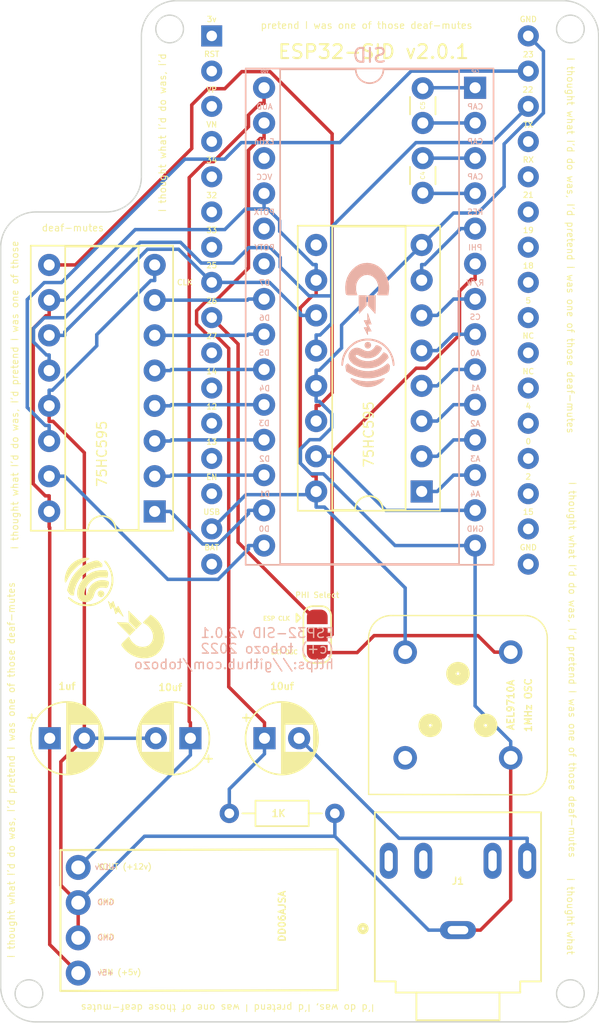
<source format=kicad_pcb>
(kicad_pcb (version 20211014) (generator pcbnew)
  (layers (0 "F.Cu" signal) (31 "B.Cu" signal) (34 "B.Paste" user) (35 "F.Paste" user) (36 "B.SilkS" user "B.Silkscreen") (37 "F.SilkS" user "F.Silkscreen") (38 "B.Mask" user) (39 "F.Mask" user) (44 "Edge.Cuts" user))
  (net 0 "")
  (net 1 "Au")
  (net 2 "Net-(C1-Pad2)")
  (net 3 "5v")
  (net 4 "Gnd")
  (net 5 "12v")
  (net 6 "Net-(C4-Pad1)")
  (net 7 "Net-(C4-Pad2)")
  (net 8 "Net-(C5-Pad1)")
  (net 9 "Net-(C5-Pad2)")
  (net 10 "D1")
  (net 11 "D2")
  (net 12 "D3")
  (net 13 "D4")
  (net 14 "D5")
  (net 15 "D6")
  (net 16 "D7")
  (net 17 "IC1")
  (net 18 "Clk")
  (net 19 "Lat")
  (net 20 "Dat")
  (net 21 "D0")
  (net 22 "A3")
  (net 23 "A2")
  (net 24 "A1")
  (net 25 "A0")
  (net 26 "CS")
  (net 27 "RW")
  (net 28 "RES")
  (net 30 "A4")
  (net 34 "Phi")
  (net 64 "Phi1")
  (net 65 "Phi2")
  (footprint "Package_DIP:DIP-16_W7.62mm_Socket" (layer "F.Cu") (at 60.88 76.04 180)
    (fp_text reference "75HC595" (at 3.822 4.12 -90) (layer "F.SilkS") (effects (font (size 0.7 0.7) (thickness 0.1))))
    (fp_text value "74HC595")
    (pad "1" thru_hole rect (at 0 0 180) (size 1.6 1.6) (drill 0.8) (layers *.Cu *.Mask) (net 22 "A3"))
    (pad "2" thru_hole oval (at 0 2.54 180) (size 1.6 1.6) (drill 0.8) (layers *.Cu *.Mask) (net 23 "A2"))
    (pad "3" thru_hole oval (at 0 5.08 180) (size 1.6 1.6) (drill 0.8) (layers *.Cu *.Mask) (net 24 "A1"))
    (pad "4" thru_hole oval (at 0 7.62 180) (size 1.6 1.6) (drill 0.8) (layers *.Cu *.Mask) (net 25 "A0"))
    (pad "5" thru_hole oval (at 0 10.16 180) (size 1.6 1.6) (drill 0.8) (layers *.Cu *.Mask) (net 26 "CS"))
    (pad "6" thru_hole oval (at 0 12.7 180) (size 1.6 1.6) (drill 0.8) (layers *.Cu *.Mask) (net 27 "RW"))
    (pad "7" thru_hole oval (at 0 15.24 180) (size 1.6 1.6) (drill 0.8) (layers *.Cu *.Mask) (net 28 "RES"))
    (pad "8" thru_hole oval (at 0 17.78 180) (size 1.6 1.6) (drill 0.8) (layers *.Cu *.Mask) (net 4 "Gnd"))
    (pad "9" thru_hole oval (at 7.62 17.78 180) (size 1.6 1.6) (drill 0.8) (layers *.Cu *.Mask))
    (pad "10" thru_hole oval (at 7.62 15.24 180) (size 1.6 1.6) (drill 0.8) (layers *.Cu *.Mask) (net 3 "5v"))
    (pad "11" thru_hole oval (at 7.62 12.7 180) (size 1.6 1.6) (drill 0.8) (layers *.Cu *.Mask) (net 18 "Clk"))
    (pad "12" thru_hole oval (at 7.62 10.16 180) (size 1.6 1.6) (drill 0.8) (layers *.Cu *.Mask) (net 19 "Lat"))
    (pad "13" thru_hole oval (at 7.62 7.62 180) (size 1.6 1.6) (drill 0.8) (layers *.Cu *.Mask) (net 4 "Gnd"))
    (pad "14" thru_hole oval (at 7.62 5.08 180) (size 1.6 1.6) (drill 0.8) (layers *.Cu *.Mask) (net 17 "IC1"))
    (pad "15" thru_hole oval (at 7.62 2.54 180) (size 1.6 1.6) (drill 0.8) (layers *.Cu *.Mask) (net 30 "A4"))
    (pad "16" thru_hole oval (at 7.62 0 180) (size 1.6 1.6) (drill 0.8) (layers *.Cu *.Mask) (net 3 "5v"))
  )
  (footprint "Jumper:SolderJumper-3_P1.3mm_Open_RoundedPad1.0x1.5mm" (layer "F.Cu") (at 53.34 86.36 -90)
    (fp_text reference "PHI Select" (at -2.85 0) (layer "F.SilkS") (effects (font (size 0.4 0.4) (thickness 0.07))))
    (fp_text value "JP1")
    (pad "1" smd custom (at -1.3 0 270) (size 1 0.5) (layers "F.Cu" "F.Mask") (net 64 "Phi1") (options (clearance outline) (anchor rect)) (primitives (gr_circle (center 0 0.25) (end 0.5 0.25) (width 0) (fill yes)) (gr_circle (center 0 -0.25) (end 0.5 -0.25) (width 0) (fill yes)) (gr_poly (pts (xy 0.55 0.75) (xy 0 0.75) (xy 0 -0.75) (xy 0.55 -0.75)) (width 0) (fill yes))))
    (pad "2" smd rect (at 0 0 270) (size 1 1.5) (layers "F.Cu" "F.Mask") (net 34 "Phi"))
    (pad "3" smd custom (at 1.3 0 270) (size 1 0.5) (layers "F.Cu" "F.Mask") (net 65 "Phi2") (options (clearance outline) (anchor rect)) (primitives (gr_circle (center 0 0.25) (end 0.5 0.25) (width 0) (fill yes)) (gr_circle (center 0 -0.25) (end 0.5 -0.25) (width 0) (fill yes)) (gr_poly (pts (xy 0 0.75) (xy -0.55 0.75) (xy -0.55 -0.75) (xy 0 -0.75)) (width 0) (fill yes))))
  )
  (footprint "Package_DIP:DIP-16_W7.62mm_Socket" (layer "F.Cu") (at 41.6 77.48 180)
    (fp_text reference "75HC595" (at 3.81 4.16 -90) (layer "F.SilkS") (effects (font (size 0.7 0.7) (thickness 0.1))))
    (fp_text value "74HC595")
    (pad "1" thru_hole rect (at 0 0 180) (size 1.6 1.6) (drill 0.8) (layers *.Cu *.Mask) (net 10 "D1"))
    (pad "2" thru_hole oval (at 0 2.54 180) (size 1.6 1.6) (drill 0.8) (layers *.Cu *.Mask) (net 11 "D2"))
    (pad "3" thru_hole oval (at 0 5.08 180) (size 1.6 1.6) (drill 0.8) (layers *.Cu *.Mask) (net 12 "D3"))
    (pad "4" thru_hole oval (at 0 7.62 180) (size 1.6 1.6) (drill 0.8) (layers *.Cu *.Mask) (net 13 "D4"))
    (pad "5" thru_hole oval (at 0 10.16 180) (size 1.6 1.6) (drill 0.8) (layers *.Cu *.Mask) (net 14 "D5"))
    (pad "6" thru_hole oval (at 0 12.7 180) (size 1.6 1.6) (drill 0.8) (layers *.Cu *.Mask) (net 15 "D6"))
    (pad "7" thru_hole oval (at 0 15.24 180) (size 1.6 1.6) (drill 0.8) (layers *.Cu *.Mask) (net 16 "D7"))
    (pad "8" thru_hole oval (at 0 17.78 180) (size 1.6 1.6) (drill 0.8) (layers *.Cu *.Mask) (net 4 "Gnd"))
    (pad "9" thru_hole oval (at 7.62 17.78 180) (size 1.6 1.6) (drill 0.8) (layers *.Cu *.Mask) (net 17 "IC1"))
    (pad "10" thru_hole oval (at 7.62 15.24 180) (size 1.6 1.6) (drill 0.8) (layers *.Cu *.Mask) (net 3 "5v"))
    (pad "11" thru_hole oval (at 7.62 12.7 180) (size 1.6 1.6) (drill 0.8) (layers *.Cu *.Mask) (net 18 "Clk"))
    (pad "12" thru_hole oval (at 7.62 10.16 180) (size 1.6 1.6) (drill 0.8) (layers *.Cu *.Mask) (net 19 "Lat"))
    (pad "13" thru_hole oval (at 7.62 7.62 180) (size 1.6 1.6) (drill 0.8) (layers *.Cu *.Mask) (net 4 "Gnd"))
    (pad "14" thru_hole oval (at 7.62 5.08 180) (size 1.6 1.6) (drill 0.8) (layers *.Cu *.Mask) (net 20 "Dat"))
    (pad "15" thru_hole oval (at 7.62 2.54 180) (size 1.6 1.6) (drill 0.8) (layers *.Cu *.Mask) (net 21 "D0"))
    (pad "16" thru_hole oval (at 7.62 0 180) (size 1.6 1.6) (drill 0.8) (layers *.Cu *.Mask) (net 3 "5v"))
  )
  (footprint "commodorelogo:espressif" (layer "F.Cu") (at 36.83 82.55 90)
    (fp_text reference "G***" hide)
    (fp_text value "LOGO" hide)
  )
  (footprint "Capacitor_THT:CP_Radial_D5.0mm_P2.50mm" (layer "F.Cu") (at 44.18 93.84 180)
    (fp_text reference "10uf" (at 1.45 3.67) (layer "F.SilkS") (effects (font (size 0.5 0.5) (thickness 0.1))))
    (fp_text value "C3")
    (pad "1" thru_hole rect (at 0 0 180) (size 1.6 1.6) (drill 0.8) (layers *.Cu *.Mask) (net 5 "12v"))
    (pad "2" thru_hole circle (at 2.5 0 180) (size 1.6 1.6) (drill 0.8) (layers *.Cu *.Mask) (net 4 "Gnd"))
  )
  (footprint "Resistor_THT:R_Axial_DIN0204_L3.6mm_D1.6mm_P7.62mm_Horizontal" (layer "F.Cu") (at 54.61 99.26 180)
    (fp_text reference "1K" (at 4.064 0) (layer "F.SilkS") (effects (font (size 0.5 0.5) (thickness 0.1))))
    (fp_text value "R1")
    (pad "1" thru_hole circle (at 0 0 180) (size 1.4 1.4) (drill 0.7) (layers *.Cu *.Mask) (net 4 "Gnd"))
    (pad "2" thru_hole oval (at 7.62 0 180) (size 1.4 1.4) (drill 0.7) (layers *.Cu *.Mask) (net 1 "Au"))
  )
  (footprint "Capacitor_THT:C_Disc_D3.0mm_W1.6mm_P2.50mm" (layer "F.Cu") (at 60.96 49.46 90)
    (fp_text reference "C5" (at 1.25 0 90) (layer "F.SilkS") (effects (font (size 0.3 0.3) (thickness 0.05))))
    (fp_text value "C(222)")
    (pad "1" thru_hole circle (at 0 0 90) (size 1.6 1.6) (drill 0.8) (layers *.Cu *.Mask) (net 8 "Net-(C5-Pad1)"))
    (pad "2" thru_hole circle (at 2.5 0 90) (size 1.6 1.6) (drill 0.8) (layers *.Cu *.Mask) (net 9 "Net-(C5-Pad2)"))
  )
  (footprint "Capacitor_THT:CP_Radial_D5.0mm_P2.50mm" (layer "F.Cu") (at 49.53 93.84)
    (fp_text reference "10uf" (at 1.27 -3.75) (layer "F.SilkS") (effects (font (size 0.5 0.5) (thickness 0.1))))
    (fp_text value "C1")
    (pad "1" thru_hole rect (at 0 0) (size 1.6 1.6) (drill 0.8) (layers *.Cu *.Mask) (net 1 "Au"))
    (pad "2" thru_hole circle (at 2.5 0) (size 1.6 1.6) (drill 0.8) (layers *.Cu *.Mask) (net 2 "Net-(C1-Pad2)"))
  )
  (footprint "Capacitor_THT:CP_Radial_D5.0mm_P2.50mm" (layer "F.Cu") (at 34.02 93.84)
    (fp_text reference "1uf" (at 1.25 -3.75) (layer "F.SilkS") (effects (font (size 0.5 0.5) (thickness 0.1))))
    (fp_text value "C2")
    (pad "1" thru_hole rect (at 0 0) (size 1.6 1.6) (drill 0.8) (layers *.Cu *.Mask) (net 3 "5v"))
    (pad "2" thru_hole circle (at 2.5 0) (size 1.6 1.6) (drill 0.8) (layers *.Cu *.Mask) (net 4 "Gnd"))
  )
  (footprint "AudioJack:AEL9710A" (layer "F.Cu") (at 63.5 91.44 180)
    (fp_text reference "1MHz OSC" (at -5.08 -0.0127 90) (layer "F.SilkS") (effects (font (size 0.5 0.5) (thickness 0.1))))
    (fp_text value "AEL9710A")
    (pad "1" thru_hole oval (at 3.81 3.81 180) (size 1.7 1.7) (drill 1) (layers *.Cu *.Mask) (net 3 "5v"))
    (pad "2" thru_hole oval (at -3.81 3.81 90) (size 1.7 1.7) (drill 1) (layers *.Cu *.Mask) (net 65 "Phi2"))
    (pad "3" thru_hole oval (at -3.81 -3.81 90) (size 1.7 1.7) (drill 1) (layers *.Cu *.Mask) (net 4 "Gnd"))
    (pad "4" thru_hole oval (at 3.81 -3.81 90) (size 1.7 1.7) (drill 1) (layers *.Cu *.Mask))
  )
  (footprint "Capacitor_THT:C_Disc_D3.0mm_W1.6mm_P2.50mm" (layer "F.Cu") (at 60.96 52 -90)
    (fp_text reference "C4" (at 1.25 0 90) (layer "F.SilkS") (effects (font (size 0.3 0.3) (thickness 0.05))))
    (fp_text value "C(222)")
    (pad "1" thru_hole circle (at 0 0 270) (size 1.6 1.6) (drill 0.8) (layers *.Cu *.Mask) (net 6 "Net-(C4-Pad1)"))
    (pad "2" thru_hole circle (at 2.5 0 270) (size 1.6 1.6) (drill 0.8) (layers *.Cu *.Mask) (net 7 "Net-(C4-Pad2)"))
  )
  (footprint "project_module:D32Pro_HeadersOnly" (layer "F.Cu") (at 45.72 43.18)
    (fp_text reference "ESP32-SID v2.0.1" (at 11.684 1.143) (layer "F.SilkS"))
    (fp_text value "LolinD32pro")
    (pad "1" thru_hole rect (at 0 0) (size 1.524 1.524) (drill 0.762) (layers *.Cu *.Mask))
    (pad "2" thru_hole circle (at 0 2.54) (size 1.524 1.524) (drill 0.762) (layers *.Cu *.Mask))
    (pad "3" thru_hole circle (at 0 5.08) (size 1.524 1.524) (drill 0.762) (layers *.Cu *.Mask))
    (pad "4" thru_hole circle (at 0 7.62) (size 1.524 1.524) (drill 0.762) (layers *.Cu *.Mask))
    (pad "5" thru_hole circle (at 0 10.16) (size 1.524 1.524) (drill 0.762) (layers *.Cu *.Mask))
    (pad "6" thru_hole circle (at 0 12.7) (size 1.524 1.524) (drill 0.762) (layers *.Cu *.Mask))
    (pad "7" thru_hole circle (at 0 15.24) (size 1.524 1.524) (drill 0.762) (layers *.Cu *.Mask))
    (pad "8" thru_hole circle (at 0 17.78) (size 1.524 1.524) (drill 0.762) (layers *.Cu *.Mask) (net 18 "Clk"))
    (pad "9" thru_hole circle (at 0 20.32) (size 1.524 1.524) (drill 0.762) (layers *.Cu *.Mask) (net 64 "Phi1"))
    (pad "10" thru_hole circle (at 0 22.86) (size 1.524 1.524) (drill 0.762) (layers *.Cu *.Mask))
    (pad "11" thru_hole circle (at 0 25.4) (size 1.524 1.524) (drill 0.762) (layers *.Cu *.Mask))
    (pad "12" thru_hole circle (at 0 27.94) (size 1.524 1.524) (drill 0.762) (layers *.Cu *.Mask))
    (pad "13" thru_hole circle (at 0 30.48) (size 1.524 1.524) (drill 0.762) (layers *.Cu *.Mask))
    (pad "14" thru_hole circle (at 0 33.02) (size 1.524 1.524) (drill 0.762) (layers *.Cu *.Mask))
    (pad "15" thru_hole circle (at 0 35.56) (size 1.524 1.524) (drill 0.762) (layers *.Cu *.Mask) (net 3 "5v"))
    (pad "16" thru_hole circle (at 0 38.1) (size 1.524 1.524) (drill 0.762) (layers *.Cu *.Mask))
    (pad "17" thru_hole circle (at 22.86 38.1) (size 1.524 1.524) (drill 0.762) (layers *.Cu *.Mask))
    (pad "18" thru_hole circle (at 22.86 35.56) (size 1.524 1.524) (drill 0.762) (layers *.Cu *.Mask))
    (pad "19" thru_hole circle (at 22.86 33.02) (size 1.524 1.524) (drill 0.762) (layers *.Cu *.Mask))
    (pad "20" thru_hole circle (at 22.86 30.48) (size 1.524 1.524) (drill 0.762) (layers *.Cu *.Mask))
    (pad "21" thru_hole circle (at 22.86 27.94) (size 1.524 1.524) (drill 0.762) (layers *.Cu *.Mask))
    (pad "22" thru_hole circle (at 22.86 25.4) (size 1.524 1.524) (drill 0.762) (layers *.Cu *.Mask))
    (pad "23" thru_hole circle (at 22.86 22.86) (size 1.524 1.524) (drill 0.762) (layers *.Cu *.Mask))
    (pad "24" thru_hole circle (at 22.86 20.32) (size 1.524 1.524) (drill 0.762) (layers *.Cu *.Mask))
    (pad "25" thru_hole circle (at 22.86 17.78) (size 1.524 1.524) (drill 0.762) (layers *.Cu *.Mask))
    (pad "26" thru_hole circle (at 22.86 15.24) (size 1.524 1.524) (drill 0.762) (layers *.Cu *.Mask))
    (pad "27" thru_hole circle (at 22.86 12.7) (size 1.524 1.524) (drill 0.762) (layers *.Cu *.Mask))
    (pad "28" thru_hole circle (at 22.86 10.16) (size 1.524 1.524) (drill 0.762) (layers *.Cu *.Mask))
    (pad "29" thru_hole circle (at 22.86 7.62) (size 1.524 1.524) (drill 0.762) (layers *.Cu *.Mask))
    (pad "30" thru_hole circle (at 22.86 5.08) (size 1.524 1.524) (drill 0.762) (layers *.Cu *.Mask) (net 19 "Lat"))
    (pad "31" thru_hole circle (at 22.86 2.54) (size 1.524 1.524) (drill 0.762) (layers *.Cu *.Mask) (net 20 "Dat"))
    (pad "32" thru_hole circle (at 22.86 0) (size 1.524 1.524) (drill 0.762) (layers *.Cu *.Mask) (net 4 "Gnd"))
  )
  (footprint "commodorelogo:commodore" (layer "F.Cu") (at 40.64 86.36 135)
    (fp_text reference "G***" hide)
    (fp_text value "LOGO" hide)
  )
  (footprint "project_module:DD06AJSA" (layer "F.Cu") (at 34.8075 101.8875 -90)
    (fp_text reference "DD06AJSA" (at 4.7925 -15.9925 90) (layer "F.SilkS") (effects (font (size 0.5 0.5) (thickness 0.1))))
    (fp_text value "U2")
    (pad "1" thru_hole circle (at 1.27 -1.27 270) (size 1.8 1.8) (drill 1) (layers *.Cu *.Mask) (net 5 "12v"))
    (pad "2" thru_hole circle (at 3.81 -1.27 270) (size 1.8 1.8) (drill 1) (layers *.Cu *.Mask) (net 4 "Gnd"))
    (pad "3" thru_hole circle (at 6.35 -1.27 270) (size 1.8 1.8) (drill 1) (layers *.Cu *.Mask) (net 4 "Gnd"))
    (pad "4" thru_hole circle (at 8.89 -1.27 270) (size 1.8 1.8) (drill 1) (layers *.Cu *.Mask) (net 3 "5v"))
  )
  (footprint "AudioJack:3.5MM_SWITCHCRAFT_35RAPC4BHN2" (layer "F.Cu") (at 63.5 106.68)
    (fp_text reference "J1" (at 0 -2.54) (layer "F.SilkS") (effects (font (size 0.5 0.5) (thickness 0.1))))
    (fp_text value "Audio Out")
    (pad "" np_thru_hole circle (at 5 1) (size 1.2 1.2) (drill 1.2) (layers *.Cu *.Mask))
    (pad "" np_thru_hole circle (at 5 3.5) (size 1.2 1.2) (drill 1.2) (layers *.Cu *.Mask))
    (pad "" np_thru_hole circle (at -5 3.5) (size 1.2 1.2) (drill 1.2) (layers *.Cu *.Mask))
    (pad "" np_thru_hole circle (at -5 1) (size 1.2 1.2) (drill 1.2) (layers *.Cu *.Mask))
    (pad "" np_thru_hole circle (at 0 -4) (size 1.2 1.2) (drill 1.2) (layers *.Cu *.Mask))
    (pad "1" thru_hole oval (at 0 1) (size 2.6 1.3) (drill oval 1.5 0.6) (layers *.Cu *.Mask) (net 4 "Gnd"))
    (pad "2" thru_hole oval (at 5 -4) (size 1.3 2.6) (drill oval 0.6 1.5) (layers *.Cu *.Mask) (net 2 "Net-(C1-Pad2)"))
    (pad "3" thru_hole oval (at -5 -4) (size 1.3 2.6) (drill oval 0.6 1.5) (layers *.Cu *.Mask))
    (pad "10" thru_hole oval (at 2.5 -4) (size 1.3 2.6) (drill oval 0.6 1.5) (layers *.Cu *.Mask))
    (pad "11" thru_hole oval (at -2.5 -4) (size 1.3 2.6) (drill oval 0.6 1.5) (layers *.Cu *.Mask))
  )
  (footprint "commodorelogo:commodore" (layer "B.Cu") (at 56.979817 61.347499 -90)
    (fp_text reference "G***" hide)
    (fp_text value "LOGO" hide)
  )
  (footprint "commodorelogo:espressif" (layer "B.Cu") (at 56.979817 66.735653 -45)
    (fp_text reference "G***" hide)
    (fp_text value "LOGO" hide)
  )
  (footprint "Package_DIP:DIP-28_W15.24mm_Socket" (layer "B.Cu") (at 64.74 46.92 180)
    (fp_text reference "SID" (at 7.62 2.33) (layer "B.SilkS") (effects (justify mirror)))
    (fp_text value "MOS6581_6582_8580SID")
    (pad "1" thru_hole rect (at 0 0 180) (size 1.6 1.6) (drill 0.8) (layers *.Cu *.Mask) (net 9 "Net-(C5-Pad2)"))
    (pad "2" thru_hole oval (at 0 -2.54 180) (size 1.6 1.6) (drill 0.8) (layers *.Cu *.Mask) (net 8 "Net-(C5-Pad1)"))
    (pad "3" thru_hole oval (at 0 -5.08 180) (size 1.6 1.6) (drill 0.8) (layers *.Cu *.Mask) (net 6 "Net-(C4-Pad1)"))
    (pad "4" thru_hole oval (at 0 -7.62 180) (size 1.6 1.6) (drill 0.8) (layers *.Cu *.Mask) (net 7 "Net-(C4-Pad2)"))
    (pad "5" thru_hole oval (at 0 -10.16 180) (size 1.6 1.6) (drill 0.8) (layers *.Cu *.Mask) (net 28 "RES"))
    (pad "6" thru_hole oval (at 0 -12.7 180) (size 1.6 1.6) (drill 0.8) (layers *.Cu *.Mask) (net 34 "Phi"))
    (pad "7" thru_hole oval (at 0 -15.24 180) (size 1.6 1.6) (drill 0.8) (layers *.Cu *.Mask) (net 27 "RW"))
    (pad "8" thru_hole oval (at 0 -17.78 180) (size 1.6 1.6) (drill 0.8) (layers *.Cu *.Mask) (net 26 "CS"))
    (pad "9" thru_hole oval (at 0 -20.32 180) (size 1.6 1.6) (drill 0.8) (layers *.Cu *.Mask) (net 25 "A0"))
    (pad "10" thru_hole oval (at 0 -22.86 180) (size 1.6 1.6) (drill 0.8) (layers *.Cu *.Mask) (net 24 "A1"))
    (pad "11" thru_hole oval (at 0 -25.4 180) (size 1.6 1.6) (drill 0.8) (layers *.Cu *.Mask) (net 23 "A2"))
    (pad "12" thru_hole oval (at 0 -27.94 180) (size 1.6 1.6) (drill 0.8) (layers *.Cu *.Mask) (net 22 "A3"))
    (pad "13" thru_hole oval (at 0 -30.48 180) (size 1.6 1.6) (drill 0.8) (layers *.Cu *.Mask) (net 30 "A4"))
    (pad "14" thru_hole oval (at 0 -33.02 180) (size 1.6 1.6) (drill 0.8) (layers *.Cu *.Mask) (net 4 "Gnd"))
    (pad "15" thru_hole oval (at 15.24 -33.02 180) (size 1.6 1.6) (drill 0.8) (layers *.Cu *.Mask) (net 21 "D0"))
    (pad "16" thru_hole oval (at 15.24 -30.48 180) (size 1.6 1.6) (drill 0.8) (layers *.Cu *.Mask) (net 10 "D1"))
    (pad "17" thru_hole oval (at 15.24 -27.94 180) (size 1.6 1.6) (drill 0.8) (layers *.Cu *.Mask) (net 11 "D2"))
    (pad "18" thru_hole oval (at 15.24 -25.4 180) (size 1.6 1.6) (drill 0.8) (layers *.Cu *.Mask) (net 12 "D3"))
    (pad "19" thru_hole oval (at 15.24 -22.86 180) (size 1.6 1.6) (drill 0.8) (layers *.Cu *.Mask) (net 13 "D4"))
    (pad "20" thru_hole oval (at 15.24 -20.32 180) (size 1.6 1.6) (drill 0.8) (layers *.Cu *.Mask) (net 14 "D5"))
    (pad "21" thru_hole oval (at 15.24 -17.78 180) (size 1.6 1.6) (drill 0.8) (layers *.Cu *.Mask) (net 15 "D6"))
    (pad "22" thru_hole oval (at 15.24 -15.24 180) (size 1.6 1.6) (drill 0.8) (layers *.Cu *.Mask) (net 16 "D7"))
    (pad "23" thru_hole oval (at 15.24 -12.7 180) (size 1.6 1.6) (drill 0.8) (layers *.Cu *.Mask))
    (pad "24" thru_hole oval (at 15.24 -10.16 180) (size 1.6 1.6) (drill 0.8) (layers *.Cu *.Mask))
    (pad "25" thru_hole oval (at 15.24 -7.62 180) (size 1.6 1.6) (drill 0.8) (layers *.Cu *.Mask) (net 3 "5v"))
    (pad "26" thru_hole oval (at 15.24 -5.08 180) (size 1.6 1.6) (drill 0.8) (layers *.Cu *.Mask))
    (pad "27" thru_hole oval (at 15.24 -2.54 180) (size 1.6 1.6) (drill 0.8) (layers *.Cu *.Mask) (net 1 "Au"))
    (pad "28" thru_hole oval (at 15.24 0 180) (size 1.6 1.6) (drill 0.8) (layers *.Cu *.Mask) (net 5 "12v"))
  )
  (gr_poly (pts (xy 56.979817 64.729181) (xy 56.725817 64.221181) (xy 56.979817 64.221181) (xy 56.725817 63.713181) (xy 56.979817 63.713181) (xy 56.979817 63.205182) (xy 57.233817 63.967181) (xy 56.979817 63.967181) (xy 57.233817 64.475181) (xy 56.979817 64.475181)) (layer "B.SilkS") (width 0.05) (fill solid))
  (gr_line (start 54.8132 112.014) (end 34.798 112.0648) (layer "F.SilkS") (width 0.15))
  (gr_line (start 54.8132 101.854) (end 54.8132 112.014) (layer "F.SilkS") (width 0.15))
  (gr_line (start 34.798 101.9048) (end 54.8132 101.854) (layer "F.SilkS") (width 0.15))
  (gr_poly (pts (xy 38.24879 83.96879) (xy 38.428395 84.507605) (xy 38.608 84.328) (xy 38.787605 84.866815) (xy 38.96721 84.68721) (xy 39.32642 85.04642) (xy 38.96721 84.328) (xy 38.787605 84.507605) (xy 38.608 83.96879) (xy 38.428395 84.148395)) (layer "F.SilkS") (width 0.05) (fill solid))
  (gr_line (start 34.798 112.0648) (end 34.798 101.9048) (layer "F.SilkS") (width 0.15))
  (gr_line (start 33.02 114.3) (end 71.12 114.3) (layer "Edge.Cuts") (width 0.1))
  (gr_arc (start 40.64 53.34) (mid 39.896051 55.136051) (end 38.1 55.88) (layer "Edge.Cuts") (width 0.1))
  (gr_arc (start 33.02 114.3) (mid 31.223949 113.556051) (end 30.48 111.76) (layer "Edge.Cuts") (width 0.1))
  (gr_circle (center 71.62 42.68) (end 72.62 42.68) (layer "Edge.Cuts") (width 0.1) (fill none))
  (gr_arc (start 71.12 40.64) (mid 72.916051 41.383949) (end 73.66 43.18) (layer "Edge.Cuts") (width 0.1))
  (gr_line (start 30.48 111.76) (end 30.48 58.42) (layer "Edge.Cuts") (width 0.1))
  (gr_line (start 40.64 53.34) (end 40.64 43.18) (layer "Edge.Cuts") (width 0.1))
  (gr_circle (center 32.52 112.26) (end 33.52 112.26) (layer "Edge.Cuts") (width 0.1) (fill none))
  (gr_circle (center 71.62 112.26) (end 72.62 112.26) (layer "Edge.Cuts") (width 0.1) (fill none))
  (gr_circle (center 42.68 42.68) (end 43.68 42.68) (layer "Edge.Cuts") (width 0.1) (fill none))
  (gr_line (start 73.66 43.18) (end 73.66 111.76) (layer "Edge.Cuts") (width 0.1))
  (gr_arc (start 40.64 43.18) (mid 41.383949 41.383949) (end 43.18 40.64) (layer "Edge.Cuts") (width 0.1))
  (gr_line (start 33.02 55.88) (end 38.1 55.88) (layer "Edge.Cuts") (width 0.1))
  (gr_line (start 43.18 40.64) (end 71.12 40.64) (layer "Edge.Cuts") (width 0.1))
  (gr_arc (start 30.48 58.42) (mid 31.223949 56.623949) (end 33.02 55.88) (layer "Edge.Cuts") (width 0.1))
  (gr_arc (start 73.66 111.76) (mid 72.916051 113.556051) (end 71.12 114.3) (layer "Edge.Cuts") (width 0.1))
  (gr_text "GND" (at 38.061904 105.67) (layer "B.SilkS") (effects (font (size 0.4 0.4) (thickness 0.07)) (justify mirror)))
  (gr_text "AUD" (at 49.535587 48.285086) (layer "B.SilkS") (effects (font (size 0.4 0.4) (thickness 0.07)) (justify mirror)))
  (gr_text "D3" (at 49.51 71.1197) (layer "B.SilkS") (effects (font (size 0.4 0.4) (thickness 0.07)) (justify mirror)))
  (gr_text "CAP" (at 64.750001 45.745086) (layer "B.SilkS") (effects (font (size 0.2 0.2) (thickness 0.04)) (justify mirror)))
  (gr_text "D1" (at 49.535587 76.225086) (layer "B.SilkS") (effects (font (size 0.4 0.4) (thickness 0.07)) (justify mirror)))
  (gr_text "POTX" (at 49.513764 55.895956) (layer "B.SilkS") (effects (font (size 0.4 0.4) (thickness 0.07)) (justify mirror)))
  (gr_text "A1" (at 64.75 68.5796) (layer "B.SilkS") (effects (font (size 0.4 0.4) (thickness 0.07)) (justify mirror)))
  (gr_text "VDD" (at 49.535587 45.745086) (layer "B.SilkS") (effects (font (size 0.2 0.2) (thickness 0.05)) (justify mirror)))
  (gr_text "A0" (at 64.750001 66.065086) (layer "B.SilkS") (effects (font (size 0.4 0.4) (thickness 0.07)) (justify mirror)))
  (gr_text "D6" (at 49.535587 63.525086) (layer "B.SilkS") (effects (font (size 0.4 0.4) (thickness 0.07)) (justify mirror)))
  (gr_text "GND" (at 38.061904 108.21) (layer "B.SilkS") (effects (font (size 0.4 0.4) (thickness 0.07)) (justify mirror)))
  (gr_text "ExtIn" (at 49.513764 50.811392) (layer "B.SilkS") (effects (font (size 0.4 0.4) (thickness 0.07)) (justify mirror)))
  (gr_text "RES" (at 64.75 55.879099) (layer "B.SilkS") (effects (font (size 0.4 0.4) (thickness 0.07)) (justify mirror)))
  (gr_text "D2" (at 49.535587 73.685086) (layer "B.SilkS") (effects (font (size 0.4 0.4) (thickness 0.07)) (justify mirror)))
  (gr_text "D5" (at 49.51 66.039499) (layer "B.SilkS") (effects (font (size 0.4 0.4) (thickness 0.07)) (justify mirror)))
  (gr_text "+5v" (at 38.061904 110.75) (layer "B.SilkS") (effects (font (size 0.4 0.4) (thickness 0.07)) (justify mirror)))
  (gr_text "CAP" (at 64.750001 48.285086) (layer "B.SilkS") (effects (font (size 0.4 0.4) (thickness 0.07)) (justify mirror)))
  (gr_text "A2" (at 64.750001 71.145086) (layer "B.SilkS") (effects (font (size 0.4 0.4) (thickness 0.07)) (justify mirror)))
  (gr_text "+12v" (at 38.061904 103.13) (layer "B.SilkS") (effects (font (size 0.4 0.4) (thickness 0.07)) (justify mirror)))
  (gr_text "ESP32-SID v2.0.1\n(c+) tobozo 2022\nhttps://github.com/tobozo\n" (at 54.61 87.376) (layer "B.SilkS") (effects (font (size 0.7 0.7) (thickness 0.1)) (justify left mirror)))
  (gr_text "D4" (at 49.535587 68.605086) (layer "B.SilkS") (effects (font (size 0.4 0.4) (thickness 0.07)) (justify mirror)))
  (gr_text "CAP" (at 64.75 50.798899) (layer "B.SilkS") (effects (font (size 0.4 0.4) (thickness 0.07)) (justify mirror)))
  (gr_text "R/W" (at 64.750001 60.985086) (layer "B.SilkS") (effects (font (size 0.4 0.4) (thickness 0.07)) (justify mirror)))
  (gr_text "A3" (at 64.750001 73.685086) (layer "B.SilkS") (effects (font (size 0.4 0.4) (thickness 0.07)) (justify mirror)))
  (gr_text "D7" (at 49.535587 60.985086) (layer "B.SilkS") (effects (font (size 0.4 0.4) (thickness 0.07)) (justify mirror)))
  (gr_text "D0" (at 49.51 78.74) (layer "B.SilkS") (effects (font (size 0.4 0.4) (thickness 0.07)) (justify mirror)))
  (gr_text "A4" (at 64.750001 76.225086) (layer "B.SilkS") (effects (font (size 0.4 0.4) (thickness 0.07)) (justify mirror)))
  (gr_text "POTY" (at 49.535587 58.445086) (layer "B.SilkS") (effects (font (size 0.4 0.4) (thickness 0.07)) (justify mirror)))
  (gr_text "PHI" (at 64.750001 58.445086) (layer "B.SilkS") (effects (font (size 0.4 0.4) (thickness 0.07)) (justify mirror)))
  (gr_text "GND" (at 64.75 78.74) (layer "B.SilkS") (effects (font (size 0.4 0.4) (thickness 0.07)) (justify mirror)))
  (gr_text "CAP" (at 64.75 53.338999) (layer "B.SilkS") (effects (font (size 0.4 0.4) (thickness 0.07)) (justify mirror)))
  (gr_text "CS" (at 64.750001 63.455086) (layer "B.SilkS") (effects (font (size 0.4 0.4) (thickness 0.07)) (justify mirror)))
  (gr_text "VCC" (at 49.513764 53.364585) (layer "B.SilkS") (effects (font (size 0.4 0.4) (thickness 0.07)) (justify mirror)))
  (gr_text "23" (at 68.58 44.52) (layer "F.SilkS") (effects (font (size 0.4 0.4) (thickness 0.07))))
  (gr_text "5" (at 68.579899 62.274614) (layer "F.SilkS") (effects (font (size 0.4 0.4) (thickness 0.07))))
  (gr_text "VP" (at 45.72 47.06) (layer "F.SilkS") (effects (font (size 0.4 0.4) (thickness 0.07))))
  (gr_text "pretend I was one of those deaf-mutes" (at 56.896 42.418) (layer "F.SilkS") (effects (font (size 0.5 0.5) (thickness 0.07))))
  (gr_text "I thought what I'd do was, I'd pretend I was one of those" (at 31.496 69.088 90) (layer "F.SilkS") (effects (font (size 0.5 0.5) (thickness 0.07))))
  (gr_text "25" (at 45.718899 59.734514) (layer "F.SilkS") (effects (font (size 0.4 0.4) (thickness 0.07))))
  (gr_text "14" (at 45.72 67.38) (layer "F.SilkS") (effects (font (size 0.4 0.4) (thickness 0.07))))
  (gr_text "EXT OSC" (at 50.965 87.63) (layer "F.SilkS") (effects (font (size 0.3 0.3) (thickness 0.07))))
  (gr_text "21" (at 68.579899 54.654313) (layer "F.SilkS") (effects (font (size 0.4 0.4) (thickness 0.07))))
  (gr_text "ESP CLK" (at 50.4 85.2) (layer "F.SilkS") (effects (font (size 0.3 0.3) (thickness 0.07))))
  (gr_text "VOUT (+12v)" (at 39.44 103.1) (layer "F.SilkS") (effects (font (size 0.4 0.4) (thickness 0.07))))
  (gr_text "VN" (at 45.718899 49.574113) (layer "F.SilkS") (effects (font (size 0.4 0.4) (thickness 0.07))))
  (gr_text "33" (at 45.718899 57.194413) (layer "F.SilkS") (effects (font (size 0.4 0.4) (thickness 0.07))))
  (gr_text "GND" (at 68.58 80.08) (layer "F.SilkS") (effects (font (size 0.4 0.4) (thickness 0.07))))
  (gr_text "15" (at 68.579899 77.515214) (layer "F.SilkS") (effects (font (size 0.4 0.4) (thickness 0.07))))
  (gr_text "12" (at 45.72 69.92) (layer "F.SilkS") (effects (font (size 0.4 0.4) (thickness 0.07))))
  (gr_text "I thought what" (at 71.628 106.68 -90) (layer "F.SilkS") (effects (font (size 0.5 0.5) (thickness 0.07))))
  (gr_text "I thought what I'd do was, I'd pretend I was one of those deaf-mutes" (at 71.755 88.9 -90) (layer "F.SilkS") (effects (font (size 0.5 0.5) (thickness 0.07))))
  (gr_text "34" (at 45.72 52.14) (layer "F.SilkS") (effects (font (size 0.4 0.4) (thickness 0.07))))
  (gr_text "I'd do was, I'd pretend I was one of those deaf-mutes" (at 46.863 113.284 180) (layer "F.SilkS") (effects (font (size 0.5 0.5) (thickness 0.07))))
  (gr_text "13" (at 45.72 72.46) (layer "F.SilkS") (effects (font (size 0.4 0.4) (thickness 0.07))))
  (gr_text "22" (at 68.554013 47.059999) (layer "F.SilkS") (effects (font (size 0.4 0.4) (thickness 0.07))))
  (gr_text "3v" (at 45.72 41.98) (layer "F.SilkS") (effects (font (size 0.4 0.4) (thickness 0.07))))
  (gr_text "2" (at 68.579899 74.975114) (layer "F.SilkS") (effects (font (size 0.4 0.4) (thickness 0.07))))
  (gr_text "19" (at 68.579899 57.194413) (layer "F.SilkS") (effects (font (size 0.4 0.4) (thickness 0.07))))
  (gr_text "RX" (at 68.579899 52.114213) (layer "F.SilkS") (effects (font (size 0.4 0.4) (thickness 0.07))))
  (gr_text "27" (at 45.72 64.84) (layer "F.SilkS") (effects (font (size 0.4 0.4) (thickness 0.07))))
  (gr_text "GND" (at 38.1 108.18) (layer "F.SilkS") (effects (font (size 0.4 0.4) (thickness 0.07))))
  (gr_text "EN" (at 45.72 75) (layer "F.SilkS") (effects (font (size 0.4 0.4) (thickness 0.07))))
  (gr_text "18" (at 68.58 59.76) (layer "F.SilkS") (effects (font (size 0.4 0.4) (thickness 0.07))))
  (gr_text "GND" (at 68.58 41.98) (layer "F.SilkS") (effects (font (size 0.4 0.4) (thickness 0.07))))
  (gr_text "I thought what I'd do was, I'd pretend I was one of those deaf-mutes" (at 31.242 96.139 90) (layer "F.SilkS") (effects (font (size 0.5 0.5) (thickness 0.07))))
  (gr_text "4" (at 68.579899 69.894914) (layer "F.SilkS") (effects (font (size 0.4 0.4) (thickness 0.07))))
  (gr_text "CLK" (at 43.78 60.96) (layer "F.SilkS") (effects (font (size 0.4 0.4) (thickness 0.07))))
  (gr_text "32" (at 45.72 54.68) (layer "F.SilkS") (effects (font (size 0.4 0.4) (thickness 0.07))))
  (gr_text "deaf-mutes" (at 35.687 57.023) (layer "F.SilkS") (effects (font (size 0.5 0.5) (thickness 0.07))))
  (gr_text "VIN (+5v)" (at 39.14 110.72) (layer "F.SilkS") (effects (font (size 0.4 0.4) (thickness 0.07))))
  (gr_text "NC" (at 68.579899 64.814714) (layer "F.SilkS") (effects (font (size 0.4 0.4) (thickness 0.07))))
  (gr_text "I thought what I'd do was, I'd" (at 42.164 50.165 90) (layer "F.SilkS") (effects (font (size 0.5 0.5) (thickness 0.07))))
  (gr_text "GND" (at 38.1 105.64) (layer "F.SilkS") (effects (font (size 0.4 0.4) (thickness 0.07))))
  (gr_text "26" (at 45.72 62.3) (layer "F.SilkS") (effects (font (size 0.4 0.4) (thickness 0.07))))
  (gr_text "NC" (at 68.58 67.38) (layer "F.SilkS") (effects (font (size 0.4 0.4) (thickness 0.07))))
  (gr_text "0" (at 68.579899 72.435014) (layer "F.SilkS") (effects (font (size 0.4 0.4) (thickness 0.07))))
  (gr_text "TX" (at 68.58 49.6) (layer "F.SilkS") (effects (font (size 0.4 0.4) (thickness 0.07))))
  (gr_text "AEL9710A" (at 67.31 91.44 90) (layer "F.SilkS") (effects (font (size 0.5 0.5) (thickness 0.1))))
  (gr_text "RST" (at 45.718899 44.493913) (layer "F.SilkS") (effects (font (size 0.4 0.4) (thickness 0.07))))
  (gr_text "USB" (at 45.718899 77.515214) (layer "F.SilkS") (effects (font (size 0.4 0.4) (thickness 0.07))))
  (gr_text "I thought what I'd do was, I'd pretend I was one of those deaf-mutes" (at 71.628 58.293 -90) (layer "F.SilkS") (effects (font (size 0.5 0.5) (thickness 0.07))))
  (gr_text "BAT" (at 45.72 80.08) (layer "F.SilkS") (effects (font (size 0.4 0.4) (thickness 0.07))))
  (segment (start 46.9478 90.1327) (end 49.53 92.7149) (width 0.25) (layer "F.Cu") (net 1))
  (segment (start 49.5 49.46) (end 49.5 50.5851) (width 0.25) (layer "F.Cu") (net 1))
  (segment (start 44.6276 63.0048) (end 44.6276 63.9651) (width 0.25) (layer "F.Cu") (net 1))
  (segment (start 49.5 50.5851) (end 49.2186 50.5851) (width 0.25) (layer "F.Cu") (net 1))
  (segment (start 48.3749 59.9158) (end 46.0607 62.23) (width 0.25) (layer "F.Cu") (net 1))
  (segment (start 46.9478 65.7203) (end 46.9478 90.1327) (width 0.25) (layer "F.Cu") (net 1))
  (segment (start 45.9975 64.77) (end 46.9478 65.7203) (width 0.25) (layer "F.Cu") (net 1))
  (segment (start 46.0607 62.23) (end 45.4024 62.23) (width 0.25) (layer "F.Cu") (net 1))
  (segment (start 45.4024 62.23) (end 44.6276 63.0048) (width 0.25) (layer "F.Cu") (net 1))
  (segment (start 48.3749 51.4288) (end 48.3749 59.9158) (width 0.25) (layer "F.Cu") (net 1))
  (segment (start 49.2186 50.5851) (end 48.3749 51.4288) (width 0.25) (layer "F.Cu") (net 1))
  (segment (start 44.6276 63.9651) (end 45.4325 64.77) (width 0.25) (layer "F.Cu") (net 1))
  (segment (start 45.4325 64.77) (end 45.9975 64.77) (width 0.25) (layer "F.Cu") (net 1))
  (segment (start 49.53 93.84) (end 49.53 92.7149) (width 0.25) (layer "F.Cu") (net 1))
  (segment (start 46.99 97.5051) (end 46.99 99.26) (width 0.25) (layer "B.Cu") (net 1))
  (segment (start 49.53 94.9651) (end 46.99 97.5051) (width 0.25) (layer "B.Cu") (net 1))
  (segment (start 49.53 93.84) (end 49.53 94.9651) (width 0.25) (layer "B.Cu") (net 1))
  (segment (start 59.2449 101.0549) (end 52.03 93.84) (width 0.25) (layer "B.Cu") (net 2))
  (segment (start 68.5 101.0549) (end 59.2449 101.0549) (width 0.25) (layer "B.Cu") (net 2))
  (segment (start 68.5 102.68) (end 68.5 101.0549) (width 0.25) (layer "B.Cu") (net 2))
  (segment (start 53.26 61.9251) (end 52.9787 61.9251) (width 0.25) (layer "F.Cu") (net 3))
  (segment (start 36.0775 110.7775) (end 34.02 108.72) (width 0.25) (layer "F.Cu") (net 3))
  (segment (start 33.98 62.24) (end 33.98 63.3651) (width 0.25) (layer "F.Cu") (net 3))
  (segment (start 52.1105 62.7933) (end 52.1105 73.9986) (width 0.25) (layer "F.Cu") (net 3))
  (segment (start 53.0268 74.9149) (end 53.26 74.9149) (width 0.25) (layer "F.Cu") (net 3))
  (segment (start 34.02 93.84) (end 34.02 78.6451) (width 0.25) (layer "F.Cu") (net 3))
  (segment (start 32.8305 75.4867) (end 32.8305 64.2814) (width 0.25) (layer "F.Cu") (net 3))
  (segment (start 34.02 108.72) (end 34.02 93.84) (width 0.25) (layer "F.Cu") (net 3))
  (segment (start 52.1105 73.9986) (end 53.0268 74.9149) (width 0.25) (layer "F.Cu") (net 3))
  (segment (start 52.9787 61.9251) (end 52.1105 62.7933) (width 0.25) (layer "F.Cu") (net 3))
  (segment (start 34.02 78.6451) (end 33.98 78.6051) (width 0.25) (layer "F.Cu") (net 3))
  (segment (start 33.98 76.3549) (end 33.6987 76.3549) (width 0.25) (layer "F.Cu") (net 3))
  (segment (start 32.8305 64.2814) (end 33.7468 63.3651) (width 0.25) (layer "F.Cu") (net 3))
  (segment (start 33.6987 76.3549) (end 32.8305 75.4867) (width 0.25) (layer "F.Cu") (net 3))
  (segment (start 33.7468 63.3651) (end 33.98 63.3651) (width 0.25) (layer "F.Cu") (net 3))
  (segment (start 33.98 77.48) (end 33.98 78.6051) (width 0.25) (layer "F.Cu") (net 3))
  (segment (start 53.26 76.04) (end 53.26 74.9149) (width 0.25) (layer "F.Cu") (net 3))
  (segment (start 53.26 60.8) (end 53.26 61.9251) (width 0.25) (layer "F.Cu") (net 3))
  (segment (start 33.98 77.48) (end 33.98 76.3549) (width 0.25) (layer "F.Cu") (net 3))
  (segment (start 48.19 76.27) (end 45.72 78.74) (width 0.25) (layer "B.Cu") (net 3))
  (segment (start 53.26 76.27) (end 48.19 76.27) (width 0.25) (layer "B.Cu") (net 3))
  (segment (start 40.1951 57.15) (end 46.6594 57.15) (width 0.25) (layer "B.Cu") (net 3))
  (segment (start 33.98 62.24) (end 35.1051 62.24) (width 0.25) (layer "B.Cu") (net 3))
  (segment (start 49.5 54.54) (end 49.5 55.6651) (width 0.25) (layer "B.Cu") (net 3))
  (segment (start 46.6594 57.15) (end 48.1443 55.6651) (width 0.25) (layer "B.Cu") (net 3))
  (segment (start 35.1051 62.24) (end 40.1951 57.15) (width 0.25) (layer "B.Cu") (net 3))
  (segment (start 50.6251 56.5088) (end 50.6251 57.2732) (width 0.25) (layer "B.Cu") (net 3))
  (segment (start 53.8583 77.1651) (end 53.26 77.1651) (width 0.25) (layer "B.Cu") (net 3))
  (segment (start 48.1443 55.6651) (end 49.5 55.6651) (width 0.25) (layer "B.Cu") (net 3))
  (segment (start 53.26 76.04) (end 53.26 76.27) (width 0.25) (layer "B.Cu") (net 3))
  (segment (start 49.5 55.6651) (end 49.7814 55.6651) (width 0.25) (layer "B.Cu") (net 3))
  (segment (start 59.69 82.9968) (end 53.8583 77.1651) (width 0.25) (layer "B.Cu") (net 3))
  (segment (start 59.69 87.63) (end 59.69 82.9968) (width 0.25) (layer "B.Cu") (net 3))
  (segment (start 53.26 76.27) (end 53.26 77.1651) (width 0.25) (layer "B.Cu") (net 3))
  (segment (start 50.6251 57.2732) (end 53.0268 59.6749) (width 0.25) (layer "B.Cu") (net 3))
  (segment (start 53.0268 59.6749) (end 53.26 59.6749) (width 0.25) (layer "B.Cu") (net 3))
  (segment (start 53.26 60.8) (end 53.26 59.6749) (width 0.25) (layer "B.Cu") (net 3))
  (segment (start 49.7814 55.6651) (end 50.6251 56.5088) (width 0.25) (layer "B.Cu") (net 3))
  (segment (start 63.5 107.68) (end 65.1251 107.68) (width 0.25) (layer "F.Cu") (net 4))
  (segment (start 33.98 70.9851) (end 34.2613 70.9851) (width 0.25) (layer "F.Cu") (net 4))
  (segment (start 67.31 105.4951) (end 67.31 95.25) (width 0.25) (layer "F.Cu") (net 4))
  (segment (start 36.0775 105.6975) (end 34.8236 104.4436) (width 0.25) (layer "F.Cu") (net 4))
  (segment (start 34.2613 70.9851) (end 36.52 73.2438) (width 0.25) (layer "F.Cu") (net 4))
  (segment (start 65.1251 107.68) (end 67.31 105.4951) (width 0.25) (layer "F.Cu") (net 4))
  (segment (start 33.98 69.86) (end 33.98 70.9851) (width 0.25) (layer "F.Cu") (net 4))
  (segment (start 36.0775 108.2375) (end 36.0775 105.6975) (width 0.25) (layer "F.Cu") (net 4))
  (segment (start 34.8236 95.5364) (end 36.52 93.84) (width 0.25) (layer "F.Cu") (net 4))
  (segment (start 36.52 73.2438) (end 36.52 93.84) (width 0.25) (layer "F.Cu") (net 4))
  (segment (start 34.8236 104.4436) (end 34.8236 95.5364) (width 0.25) (layer "F.Cu") (net 4))
  (segment (start 55.0955 64.0445) (end 60.88 58.26) (width 0.25) (layer "B.Cu") (net 4))
  (segment (start 54.386 70.438) (end 53.4931 69.5451) (width 0.25) (layer "B.Cu") (net 4))
  (segment (start 68.8869 49.53) (end 69.6747 48.7422) (width 0.25) (layer "B.Cu") (net 4))
  (segment (start 53.4931 69.5451) (end 53.26 69.5451) (width 0.25) (layer "B.Cu") (net 4))
  (segment (start 69.6747 48.7422) (end 69.6747 44.2747) (width 0.25) (layer "B.Cu") (net 4))
  (segment (start 64.74 79.94) (end 58.96 79.94) (width 0.25) (layer "B.Cu") (net 4))
  (segment (start 55.0955 65.6925) (end 55.0955 64.0445) (width 0.25) (layer "B.Cu") (net 4))
  (segment (start 52.1258 72.9724) (end 52.7943 72.3039) (width 0.25) (layer "B.Cu") (net 4))
  (segment (start 64.74 79.94) (end 64.74 91.5049) (width 0.25) (layer "B.Cu") (net 4))
  (segment (start 36.52 93.84) (end 41.68 93.84) (width 0.25) (layer "B.Cu") (net 4))
  (segment (start 52.1258 74.0073) (end 52.1258 72.9724) (width 0.25) (layer "B.Cu") (net 4))
  (segment (start 37.4164 64.7273) (end 37.4164 65.5316) (width 0.25) (layer "B.Cu") (net 4))
  (segment (start 53.26 68.42) (end 53.26 67.2949) (width 0.25) (layer "B.Cu") (net 4))
  (segment (start 41.6 59.7) (end 41.6 60.8251) (width 0.25) (layer "B.Cu") (net 4))
  (segment (start 41.3186 60.8251) (end 37.4164 64.7273) (width 0.25) (layer "B.Cu") (net 4))
  (segment (start 53.4931 67.2949) (end 55.0955 65.6925) (width 0.25) (layer "B.Cu") (net 4))
  (segment (start 41.6 60.8251) (end 41.3186 60.8251) (width 0.25) (layer "B.Cu") (net 4))
  (segment (start 63.5 107.68) (end 61.3823 107.68) (width 0.25) (layer "B.Cu") (net 4))
  (segment (start 53.26 68.42) (end 53.26 69.5451) (width 0.25) (layer "B.Cu") (net 4))
  (segment (start 66.836 50.9739) (end 68.2799 49.53) (width 0.25) (layer "B.Cu") (net 4))
  (segment (start 60.88 58.26) (end 63.1852 55.9548) (width 0.25) (layer "B.Cu") (net 4))
  (segment (start 64.9403 55.9548) (end 66.836 54.0591) (width 0.25) (layer "B.Cu") (net 4))
  (segment (start 63.1852 55.9548) (end 64.9403 55.9548) (width 0.25) (layer "B.Cu") (net 4))
  (segment (start 40.8673 100.9077) (end 54.61 100.9077) (width 0.25) (layer "B.Cu") (net 4))
  (segment (start 53.5197 72.3039) (end 54.386 71.4376) (width 0.25) (layer "B.Cu") (net 4))
  (segment (start 58.96 79.94) (end 53.79 74.77) (width 0.25) (layer "B.Cu") (net 4))
  (segment (start 53.79 74.77) (end 52.8885 74.77) (width 0.25) (layer "B.Cu") (net 4))
  (segment (start 66.836 54.0591) (end 66.836 50.9739) (width 0.25) (layer "B.Cu") (net 4))
  (segment (start 53.26 67.2949) (end 53.4931 67.2949) (width 0.25) (layer "B.Cu") (net 4))
  (segment (start 61.3823 107.68) (end 54.61 100.9077) (width 0.25) (layer "B.Cu") (net 4))
  (segment (start 37.4164 65.5316) (end 34.2131 68.7349) (width 0.25) (layer "B.Cu") (net 4))
  (segment (start 64.74 91.5049) (end 67.31 94.0749) (width 0.25) (layer "B.Cu") (net 4))
  (segment (start 33.98 69.86) (end 33.98 68.7349) (width 0.25) (layer "B.Cu") (net 4))
  (segment (start 36.0775 105.6975) (end 40.8673 100.9077) (width 0.25) (layer "B.Cu") (net 4))
  (segment (start 67.31 95.25) (end 67.31 94.0749) (width 0.25) (layer "B.Cu") (net 4))
  (segment (start 34.2131 68.7349) (end 33.98 68.7349) (width 0.25) (layer "B.Cu") (net 4))
  (segment (start 52.7943 72.3039) (end 53.5197 72.3039) (width 0.25) (layer "B.Cu") (net 4))
  (segment (start 54.386 71.4376) (end 54.386 70.438) (width 0.25) (layer "B.Cu") (net 4))
  (segment (start 68.2799 49.53) (end 68.8869 49.53) (width 0.25) (layer "B.Cu") (net 4))
  (segment (start 54.61 100.9077) (end 54.61 99.26) (width 0.25) (layer "B.Cu") (net 4))
  (segment (start 69.6747 44.2747) (end 68.58 43.18) (width 0.25) (layer "B.Cu") (net 4))
  (segment (start 52.8885 74.77) (end 52.1258 74.0073) (width 0.25) (layer "B.Cu") (net 4))
  (segment (start 44.18 93.84) (end 44.18 92.7149) (width 0.25) (layer "F.Cu") (net 5))
  (segment (start 44.0941 92.629) (end 44.18 92.7149) (width 0.25) (layer "F.Cu") (net 5))
  (segment (start 49.5 48.0451) (end 49.2186 48.0451) (width 0.25) (layer "F.Cu") (net 5))
  (segment (start 44.0941 53.4008) (end 44.0941 92.629) (width 0.25) (layer "F.Cu") (net 5))
  (segment (start 45.8555 52.2488) (end 45.2461 52.2488) (width 0.25) (layer "F.Cu") (net 5))
  (segment (start 48.3749 48.8888) (end 48.3749 49.7294) (width 0.25) (layer "F.Cu") (net 5))
  (segment (start 45.2461 52.2488) (end 44.0941 53.4008) (width 0.25) (layer "F.Cu") (net 5))
  (segment (start 49.5 46.92) (end 49.5 48.0451) (width 0.25) (layer "F.Cu") (net 5))
  (segment (start 48.3749 49.7294) (end 45.8555 52.2488) (width 0.25) (layer "F.Cu") (net 5))
  (segment (start 49.2186 48.0451) (end 48.3749 48.8888) (width 0.25) (layer "F.Cu") (net 5))
  (segment (start 36.0775 103.1575) (end 44.18 95.055) (width 0.25) (layer "B.Cu") (net 5))
  (segment (start 44.18 95.055) (end 44.18 93.84) (width 0.25) (layer "B.Cu") (net 5))
  (segment (start 64.74 52) (end 60.96 52) (width 0.25) (layer "B.Cu") (net 6))
  (segment (start 61 54.54) (end 60.96 54.5) (width 0.25) (layer "B.Cu") (net 7))
  (segment (start 64.74 54.54) (end 61 54.54) (width 0.25) (layer "B.Cu") (net 7))
  (segment (start 64.74 49.46) (end 60.96 49.46) (width 0.25) (layer "B.Cu") (net 8))
  (segment (start 64.74 46.92) (end 61 46.92) (width 0.25) (layer "B.Cu") (net 9))
  (segment (start 61 46.92) (end 60.96 46.96) (width 0.25) (layer "B.Cu") (net 9))
  (segment (start 49.5 77.4) (end 48.3749 77.4) (width 0.25) (layer "B.Cu") (net 10))
  (segment (start 48.3749 77.6331) (end 48.3749 77.4) (width 0.25) (layer "B.Cu") (net 10))
  (segment (start 41.6 77.48) (end 42.7251 77.48) (width 0.25) (layer "B.Cu") (net 10))
  (segment (start 46.1809 79.8271) (end 48.3749 77.6331) (width 0.25) (layer "B.Cu") (net 10))
  (segment (start 42.7251 77.48) (end 45.0722 79.8271) (width 0.25) (layer "B.Cu") (net 10))
  (segment (start 45.0722 79.8271) (end 46.1809 79.8271) (width 0.25) (layer "B.Cu") (net 10))
  (segment (start 41.6 74.94) (end 42.7251 74.94) (width 0.25) (layer "B.Cu") (net 11))
  (segment (start 49.5 74.86) (end 42.8051 74.86) (width 0.25) (layer "B.Cu") (net 11))
  (segment (start 42.8051 74.86) (end 42.7251 74.94) (width 0.25) (layer "B.Cu") (net 11))
  (segment (start 42.8051 72.32) (end 42.7251 72.4) (width 0.25) (layer "B.Cu") (net 12))
  (segment (start 49.5 72.32) (end 42.8051 72.32) (width 0.25) (layer "B.Cu") (net 12))
  (segment (start 41.6 72.4) (end 42.7251 72.4) (width 0.25) (layer "B.Cu") (net 12))
  (segment (start 42.8051 69.78) (end 42.7251 69.86) (width 0.25) (layer "B.Cu") (net 13))
  (segment (start 49.5 69.78) (end 42.8051 69.78) (width 0.25) (layer "B.Cu") (net 13))
  (segment (start 41.6 69.86) (end 42.7251 69.86) (width 0.25) (layer "B.Cu") (net 13))
  (segment (start 41.6 67.32) (end 42.7251 67.32) (width 0.25) (layer "B.Cu") (net 14))
  (segment (start 42.8051 67.24) (end 42.7251 67.32) (width 0.25) (layer "B.Cu") (net 14))
  (segment (start 49.5 67.24) (end 42.8051 67.24) (width 0.25) (layer "B.Cu") (net 14))
  (segment (start 48.3749 64.7) (end 48.2949 64.78) (width 0.25) (layer "B.Cu") (net 15))
  (segment (start 48.2949 64.78) (end 41.6 64.78) (width 0.25) (layer "B.Cu") (net 15))
  (segment (start 49.5 64.7) (end 48.3749 64.7) (width 0.25) (layer "B.Cu") (net 15))
  (segment (start 48.3749 62.16) (end 48.2949 62.24) (width 0.25) (layer "B.Cu") (net 16))
  (segment (start 49.5 62.16) (end 48.3749 62.16) (width 0.25) (layer "B.Cu") (net 16))
  (segment (start 48.2949 62.24) (end 41.6 62.24) (width 0.25) (layer "B.Cu") (net 16))
  (segment (start 44.2771 51.2973) (end 44.2771 48.1573) (width 0.25) (layer "F.Cu") (net 17))
  (segment (start 44.2771 48.1573) (end 45.4444 46.99) (width 0.25) (layer "F.Cu") (net 17))
  (segment (start 35.8744 59.7) (end 44.2771 51.2973) (width 0.25) (layer "F.Cu") (net 17))
  (segment (start 54.415 50.2435) (end 54.415 68.913) (width 0.25) (layer "F.Cu") (net 17))
  (segment (start 53.4931 69.8349) (end 53.26 69.8349) (width 0.25) (layer "F.Cu") (net 17))
  (segment (start 47.8923 45.7571) (end 49.9286 45.7571) (width 0.25) (layer "F.Cu") (net 17))
  (segment (start 46.6594 46.99) (end 47.8923 45.7571) (width 0.25) (layer "F.Cu") (net 17))
  (segment (start 33.98 59.7) (end 35.8744 59.7) (width 0.25) (layer "F.Cu") (net 17))
  (segment (start 45.4444 46.99) (end 46.6594 46.99) (width 0.25) (layer "F.Cu") (net 17))
  (segment (start 49.9286 45.7571) (end 54.415 50.2435) (width 0.25) (layer "F.Cu") (net 17))
  (segment (start 54.415 68.913) (end 53.4931 69.8349) (width 0.25) (layer "F.Cu") (net 17))
  (segment (start 53.26 70.96) (end 53.26 69.8349) (width 0.25) (layer "F.Cu") (net 17))
  (segment (start 53.26 63.34) (end 52.1349 63.34) (width 0.25) (layer "B.Cu") (net 18))
  (segment (start 33.98 64.78) (end 35.1051 64.78) (width 0.25) (layer "B.Cu") (net 18))
  (segment (start 35.1051 64.5438) (end 41.0799 58.569) (width 0.25) (layer "B.Cu") (net 18))
  (segment (start 52.1349 63.1994) (end 49.8955 60.96) (width 0.25) (layer "B.Cu") (net 18))
  (segment (start 49.8955 60.96) (end 45.72 60.96) (width 0.25) (layer "B.Cu") (net 18))
  (segment (start 35.1051 64.78) (end 35.1051 64.5438) (width 0.25) (layer "B.Cu") (net 18))
  (segment (start 52.1349 63.34) (end 52.1349 63.1994) (width 0.25) (layer "B.Cu") (net 18))
  (segment (start 43.329 58.569) (end 45.72 60.96) (width 0.25) (layer "B.Cu") (net 18))
  (segment (start 41.0799 58.569) (end 43.329 58.569) (width 0.25) (layer "B.Cu") (net 18))
  (segment (start 53.5414 64.7549) (end 54.3851 63.9112) (width 0.25) (layer "B.Cu") (net 19))
  (segment (start 54.3851 61.9316) (end 52.7443 61.9316) (width 0.25) (layer "B.Cu") (net 19))
  (segment (start 53.26 64.7549) (end 53.5414 64.7549) (width 0.25) (layer "B.Cu") (net 19))
  (segment (start 47.282 59.5638) (end 44.9605 59.5638) (width 0.25) (layer "B.Cu") (net 19))
  (segment (start 65.9652 50.8748) (end 68.58 48.26) (width 0.25) (layer "B.Cu") (net 19))
  (segment (start 50.6685 59.8558) (end 50.6685 59.1649) (width 0.25) (layer "B.Cu") (net 19))
  (segment (start 48.3939 58.4519) (end 47.282 59.5638) (width 0.25) (layer "B.Cu") (net 19))
  (segment (start 32.85 64.2814) (end 32.85 65.26) (width 0.25) (layer "B.Cu") (net 19))
  (segment (start 35.1051 63.51) (end 33.6214 63.51) (width 0.25) (layer "B.Cu") (net 19))
  (segment (start 33.98 67.32) (end 33.98 66.1949) (width 0.25) (layer "B.Cu") (net 19))
  (segment (start 33.6214 63.51) (end 32.85 64.2814) (width 0.25) (layer "B.Cu") (net 19))
  (segment (start 54.3851 61.9316) (end 54.3851 56.9586) (width 0.25) (layer "B.Cu") (net 19))
  (segment (start 50.6685 59.1649) (end 49.9555 58.4519) (width 0.25) (layer "B.Cu") (net 19))
  (segment (start 60.4689 50.8748) (end 65.9652 50.8748) (width 0.25) (layer "B.Cu") (net 19))
  (segment (start 40.5484 58.0667) (end 35.1051 63.51) (width 0.25) (layer "B.Cu") (net 19))
  (segment (start 49.9555 58.4519) (end 48.3939 58.4519) (width 0.25) (layer "B.Cu") (net 19))
  (segment (start 53.26 65.88) (end 53.26 64.7549) (width 0.25) (layer "B.Cu") (net 19))
  (segment (start 43.4634 58.0667) (end 40.5484 58.0667) (width 0.25) (layer "B.Cu") (net 19))
  (segment (start 52.7443 61.9316) (end 50.6685 59.8558) (width 0.25) (layer "B.Cu") (net 19))
  (segment (start 54.3851 56.9586) (end 60.4689 50.8748) (width 0.25) (layer "B.Cu") (net 19))
  (segment (start 44.9605 59.5638) (end 43.4634 58.0667) (width 0.25) (layer "B.Cu") (net 19))
  (segment (start 33.7849 66.1949) (end 33.98 66.1949) (width 0.25) (layer "B.Cu") (net 19))
  (segment (start 32.85 65.26) (end 33.7849 66.1949) (width 0.25) (layer "B.Cu") (net 19))
  (segment (start 54.3851 63.9112) (end 54.3851 61.9316) (width 0.25) (layer "B.Cu") (net 19))
  (segment (start 34.8756 60.97) (end 43.7756 52.07) (width 0.25) (layer "B.Cu") (net 20))
  (segment (start 33.98 72.4) (end 33.98 71.2749) (width 0.25) (layer "B.Cu") (net 20))
  (segment (start 54.9637 50.8748) (end 60.1185 45.72) (width 0.25) (layer "B.Cu") (net 20))
  (segment (start 33.98 71.2749) (end 33.6987 71.2749) (width 0.25) (layer "B.Cu") (net 20))
  (segment (start 32.3999 62.2) (end 33.6299 60.97) (width 0.25) (layer "B.Cu") (net 20))
  (segment (start 60.1185 45.72) (end 68.58 45.72) (width 0.25) (layer "B.Cu") (net 20))
  (segment (start 43.7756 52.07) (end 46.6594 52.07) (width 0.25) (layer "B.Cu") (net 20))
  (segment (start 33.6299 60.97) (end 34.8756 60.97) (width 0.25) (layer "B.Cu") (net 20))
  (segment (start 47.8546 50.8748) (end 54.9637 50.8748) (width 0.25) (layer "B.Cu") (net 20))
  (segment (start 33.6987 71.2749) (end 32.3999 69.9761) (width 0.25) (layer "B.Cu") (net 20))
  (segment (start 32.3999 69.9761) (end 32.3999 62.2) (width 0.25) (layer "B.Cu") (net 20))
  (segment (start 46.6594 52.07) (end 47.8546 50.8748) (width 0.25) (layer "B.Cu") (net 20))
  (segment (start 48.3749 80.1846) (end 48.3749 79.94) (width 0.25) (layer "B.Cu") (net 21))
  (segment (start 35.1051 74.94) (end 42.5432 82.3781) (width 0.25) (layer "B.Cu") (net 21))
  (segment (start 42.5432 82.3781) (end 46.1814 82.3781) (width 0.25) (layer "B.Cu") (net 21))
  (segment (start 46.1814 82.3781) (end 48.3749 80.1846) (width 0.25) (layer "B.Cu") (net 21))
  (segment (start 33.98 74.94) (end 35.1051 74.94) (width 0.25) (layer "B.Cu") (net 21))
  (segment (start 49.5 79.94) (end 48.3749 79.94) (width 0.25) (layer "B.Cu") (net 21))
  (segment (start 64.74 74.86) (end 63.1851 74.86) (width 0.25) (layer "B.Cu") (net 22))
  (segment (start 60.88 76.04) (end 62.0051 76.04) (width 0.25) (layer "B.Cu") (net 22))
  (segment (start 63.1851 74.86) (end 62.0051 76.04) (width 0.25) (layer "B.Cu") (net 22))
  (segment (start 60.88 73.5) (end 62.0051 73.5) (width 0.25) (layer "B.Cu") (net 23))
  (segment (start 64.74 72.32) (end 63.1851 72.32) (width 0.25) (layer "B.Cu") (net 23))
  (segment (start 63.1851 72.32) (end 62.0051 73.5) (width 0.25) (layer "B.Cu") (net 23))
  (segment (start 63.1851 69.78) (end 62.0051 70.96) (width 0.25) (layer "B.Cu") (net 24))
  (segment (start 64.74 69.78) (end 63.1851 69.78) (width 0.25) (layer "B.Cu") (net 24))
  (segment (start 60.88 70.96) (end 62.0051 70.96) (width 0.25) (layer "B.Cu") (net 24))
  (segment (start 60.88 68.42) (end 62.0051 68.42) (width 0.25) (layer "B.Cu") (net 25))
  (segment (start 63.1851 67.24) (end 62.0051 68.42) (width 0.25) (layer "B.Cu") (net 25))
  (segment (start 64.74 67.24) (end 63.1851 67.24) (width 0.25) (layer "B.Cu") (net 25))
  (segment (start 60.88 65.88) (end 62.0051 65.88) (width 0.25) (layer "B.Cu") (net 26))
  (segment (start 64.74 64.7) (end 63.1851 64.7) (width 0.25) (layer "B.Cu") (net 26))
  (segment (start 63.1851 64.7) (end 62.0051 65.88) (width 0.25) (layer "B.Cu") (net 26))
  (segment (start 63.1851 62.16) (end 62.0051 63.34) (width 0.25) (layer "B.Cu") (net 27))
  (segment (start 60.88 63.34) (end 62.0051 63.34) (width 0.25) (layer "B.Cu") (net 27))
  (segment (start 64.74 62.16) (end 63.1851 62.16) (width 0.25) (layer "B.Cu") (net 27))
  (segment (start 63.6149 57.1616) (end 61.1016 59.6749) (width 0.25) (layer "B.Cu") (net 28))
  (segment (start 64.74 57.08) (end 63.6149 57.08) (width 0.25) (layer "B.Cu") (net 28))
  (segment (start 61.1016 59.6749) (end 60.88 59.6749) (width 0.25) (layer "B.Cu") (net 28))
  (segment (start 63.6149 57.08) (end 63.6149 57.1616) (width 0.25) (layer "B.Cu") (net 28))
  (segment (start 60.88 60.8) (end 60.88 59.6749) (width 0.25) (layer "B.Cu") (net 28))
  (segment (start 53.26 73.5) (end 54.3851 73.5) (width 0.25) (layer "B.Cu") (net 30))
  (segment (start 64.74 77.4) (end 58.2851 77.4) (width 0.25) (layer "B.Cu") (net 30))
  (segment (start 58.2851 77.4) (end 54.3851 73.5) (width 0.25) (layer "B.Cu") (net 30))
  (segment (start 61.2074 67.15) (end 60.4811 67.15) (width 0.25) (layer "F.Cu") (net 34))
  (segment (start 60.4811 67.15) (end 54.4151 73.216) (width 0.25) (layer "F.Cu") (net 34))
  (segment (start 63.6149 61.5888) (end 63.6149 64.7425) (width 0.25) (layer "F.Cu") (net 34))
  (segment (start 53.34 86.36) (end 54.4151 86.36) (width 0.25) (layer "F.Cu") (net 34))
  (segment (start 54.4151 73.216) (end 54.4151 86.36) (width 0.25) (layer "F.Cu") (net 34))
  (segment (start 63.6149 64.7425) (end 61.2074 67.15) (width 0.25) (layer "F.Cu") (net 34))
  (segment (start 64.4586 60.7451) (end 63.6149 61.5888) (width 0.25) (layer "F.Cu") (net 34))
  (segment (start 64.74 59.62) (end 64.74 60.7451) (width 0.25) (layer "F.Cu") (net 34))
  (segment (start 64.74 60.7451) (end 64.4586 60.7451) (width 0.25) (layer "F.Cu") (net 34))
  (segment (start 52.9839 85.06) (end 47.6229 79.699) (width 0.25) (layer "F.Cu") (net 64))
  (segment (start 47.6229 79.699) (end 47.6229 65.4029) (width 0.25) (layer "F.Cu") (net 64))
  (segment (start 53.34 85.06) (end 52.9839 85.06) (width 0.25) (layer "F.Cu") (net 64))
  (segment (start 47.6229 65.4029) (end 45.72 63.5) (width 0.25) (layer "F.Cu") (net 64))
  (segment (start 67.31 87.63) (end 66.1349 87.63) (width 0.25) (layer "F.Cu") (net 65))
  (segment (start 56.2225 87.66) (end 57.4454 86.4371) (width 0.25) (layer "F.Cu") (net 65))
  (segment (start 57.4454 86.4371) (end 64.942 86.4371) (width 0.25) (layer "F.Cu") (net 65))
  (segment (start 64.942 86.4371) (end 66.1349 87.63) (width 0.25) (layer "F.Cu") (net 65))
  (segment (start 53.34 87.66) (end 56.2225 87.66) (width 0.25) (layer "F.Cu") (net 65))
)
</source>
